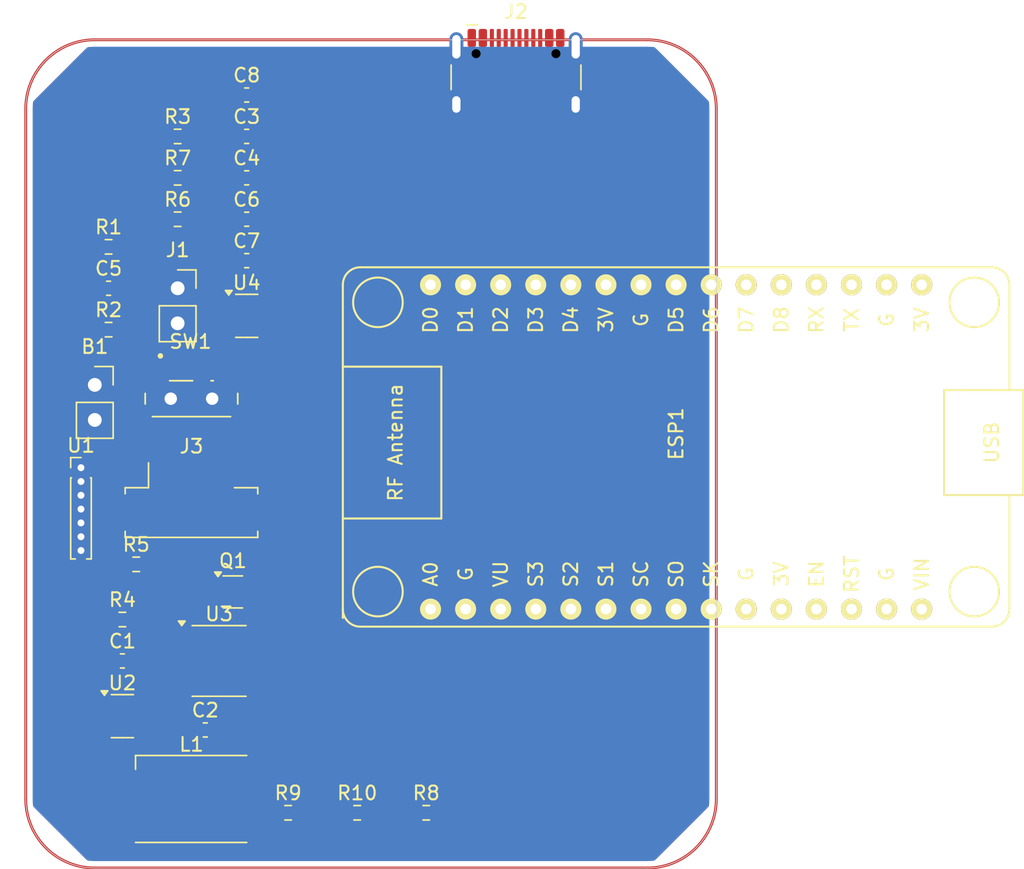
<source format=kicad_pcb>
(kicad_pcb (version 20241229) (generator "pcbnew") (generator_version "9.0")
  (layers (0 "F.Cu" signal) (2 "B.Cu" signal) (13 "F.Paste" user) (15 "B.Paste" user) (5 "F.SilkS" user "F.Silkscreen") (7 "B.SilkS" user "B.Silkscreen") (1 "F.Mask" user) (3 "B.Mask" user) (25 "Edge.Cuts" user))
  (net 0 "")
  (net 1 "BAT+")
  (net 2 "GND")
  (net 3 "Net-(U3-V3)")
  (net 4 "+3V3")
  (net 5 "VIN")
  (net 6 "LED")
  (net 11 "ADC")
  (net 14 "EN")
  (net 15 "RST")
  (net 17 "SDA")
  (net 20 "SCL")
  (net 21 "GPIO0")
  (net 23 "TX")
  (net 24 "RX")
  (net 25 "GPIO15")
  (net 27 "G")
  (net 28 "R")
  (net 29 "DTR")
  (net 30 "RTS")
  (net 31 "Net-(J2-CC1)")
  (net 32 "Net-(J2-CC2)")
  (net 33 "BTS")
  (net 34 "Net-(U2-PROG)")
  (net 40 "DN")
  (net 41 "DP")
  (footprint "Resistor_SMD:R_0603_1608Metric" (layer "F.Cu") (at 119 156)
    (property "Reference" "R9" (at 0 -1.43 0) (layer "F.SilkS"))
    (property "Value" "4.7k")
    (fp_line (start -0.237258 -0.5225) (end 0.237258 -0.5225) (stroke (width 0.12)) (layer "F.SilkS"))
    (fp_line (start -0.237258 0.5225) (end 0.237258 0.5225) (stroke (width 0.12)) (layer "F.SilkS"))
    (pad "1" smd roundrect (at -0.825 0) (size 0.8 0.95) (layers "F.Cu" "F.Mask" "F.Paste") (net 17 "SDA"))
    (pad "2" smd roundrect (at 0.825 0) (size 0.8 0.95) (layers "F.Cu" "F.Mask" "F.Paste") (net 4 "+3V3"))
  )
  (footprint "Capacitor_SMD:C_0603_1608Metric" (layer "F.Cu") (at 116 107)
    (property "Reference" "C3" (at 0 -1.43 0) (layer "F.SilkS"))
    (property "Value" "100nF")
    (fp_line (start -0.14058 -0.51) (end 0.14058 -0.51) (stroke (width 0.12)) (layer "F.SilkS"))
    (fp_line (start -0.14058 0.51) (end 0.14058 0.51) (stroke (width 0.12)) (layer "F.SilkS"))
    (pad "1" smd roundrect (at -0.775 0) (size 0.9 0.95) (layers "F.Cu" "F.Mask" "F.Paste") (net 4 "+3V3"))
    (pad "2" smd roundrect (at 0.775 0) (size 0.9 0.95) (layers "F.Cu" "F.Mask" "F.Paste") (net 2 "GND"))
  )
  (footprint "Connector_PinSocket_2.54mm:PinSocket_1x02_P2.54mm_Vertical" (layer "F.Cu") (at 111 118)
    (property "Reference" "J1" (at 0 -2.77 0) (layer "F.SilkS"))
    (property "Value" "~")
    (fp_line (start -1.33 1.27) (end -1.33 3.87) (stroke (width 0.12)) (layer "F.SilkS"))
    (fp_line (start -1.33 1.27) (end 1.33 1.27) (stroke (width 0.12)) (layer "F.SilkS"))
    (fp_line (start -1.33 3.87) (end 1.33 3.87) (stroke (width 0.12)) (layer "F.SilkS"))
    (fp_line (start 0 -1.33) (end 1.33 -1.33) (stroke (width 0.12)) (layer "F.SilkS"))
    (fp_line (start 1.33 -1.33) (end 1.33 0) (stroke (width 0.12)) (layer "F.SilkS"))
    (fp_line (start 1.33 1.27) (end 1.33 3.87) (stroke (width 0.12)) (layer "F.SilkS"))
    (pad "1" thru_hole rect (at 0 0) (size 1.7 1.7) (drill 1) (layers "*.Cu" "*.Mask") (net 2 "GND"))
    (pad "2" thru_hole circle (at 0 2.54) (size 1.7 1.7) (drill 1) (layers "*.Cu" "*.Mask") (net 1 "BAT+"))
  )
  (footprint "Connector_PinHeader_1.00mm:PinHeader_1x07_P1.00mm_Vertical" (layer "F.Cu") (at 104 131)
    (property "Reference" "U1" (at 0 -1.61 0) (layer "F.SilkS"))
    (property "Value" "ICM-45686")
    (fp_line (start -0.745 -0.735) (end 0 -0.735) (stroke (width 0.12)) (layer "F.SilkS"))
    (fp_line (start -0.745 0) (end -0.745 -0.735) (stroke (width 0.12)) (layer "F.SilkS"))
    (fp_line (start -0.745 0.735) (end -0.745 6.61) (stroke (width 0.12)) (layer "F.SilkS"))
    (fp_line (start -0.745 0.735) (end -0.685565 0.735) (stroke (width 0.12)) (layer "F.SilkS"))
    (fp_line (start -0.745 6.61) (end -0.41003 6.61) (stroke (width 0.12)) (layer "F.SilkS"))
    (fp_line (start 0.41003 6.61) (end 0.745 6.61) (stroke (width 0.12)) (layer "F.SilkS"))
    (fp_line (start 0.685565 0.735) (end 0.745 0.735) (stroke (width 0.12)) (layer "F.SilkS"))
    (fp_line (start 0.745 0.735) (end 0.745 6.61) (stroke (width 0.12)) (layer "F.SilkS"))
    (pad "1" thru_hole rect (at 0 0) (size 0.85 0.85) (drill 0.5) (layers "*.Cu" "*.Mask"))
    (pad "2" thru_hole circle (at 0 1) (size 0.85 0.85) (drill 0.5) (layers "*.Cu" "*.Mask") (net 4 "+3V3"))
    (pad "3" thru_hole circle (at 0 2) (size 0.85 0.85) (drill 0.5) (layers "*.Cu" "*.Mask") (net 2 "GND"))
    (pad "4" thru_hole circle (at 0 3) (size 0.85 0.85) (drill 0.5) (layers "*.Cu" "*.Mask") (net 20 "SCL"))
    (pad "5" thru_hole circle (at 0 4) (size 0.85 0.85) (drill 0.5) (layers "*.Cu" "*.Mask") (net 17 "SDA"))
    (pad "6" thru_hole circle (at 0 5) (size 0.85 0.85) (drill 0.5) (layers "*.Cu" "*.Mask"))
    (pad "7" thru_hole circle (at 0 6) (size 0.85 0.85) (drill 0.5) (layers "*.Cu" "*.Mask"))
  )
  (footprint "Resistor_SMD:R_0603_1608Metric" (layer "F.Cu") (at 106 115)
    (property "Reference" "R1" (at 0 -1.43 0) (layer "F.SilkS"))
    (property "Value" "5.1k")
    (fp_line (start -0.237258 -0.5225) (end 0.237258 -0.5225) (stroke (width 0.12)) (layer "F.SilkS"))
    (fp_line (start -0.237258 0.5225) (end 0.237258 0.5225) (stroke (width 0.12)) (layer "F.SilkS"))
    (pad "1" smd roundrect (at -0.825 0) (size 0.8 0.95) (layers "F.Cu" "F.Mask" "F.Paste") (net 31 "Net-(J2-CC1)"))
    (pad "2" smd roundrect (at 0.825 0) (size 0.8 0.95) (layers "F.Cu" "F.Mask" "F.Paste") (net 2 "GND"))
  )
  (footprint "Resistor_SMD:R_0603_1608Metric" (layer "F.Cu") (at 124 156)
    (property "Reference" "R10" (at 0 -1.43 0) (layer "F.SilkS"))
    (property "Value" "4.7k")
    (fp_line (start -0.237258 -0.5225) (end 0.237258 -0.5225) (stroke (width 0.12)) (layer "F.SilkS"))
    (fp_line (start -0.237258 0.5225) (end 0.237258 0.5225) (stroke (width 0.12)) (layer "F.SilkS"))
    (pad "1" smd roundrect (at -0.825 0) (size 0.8 0.95) (layers "F.Cu" "F.Mask" "F.Paste") (net 20 "SCL"))
    (pad "2" smd roundrect (at 0.825 0) (size 0.8 0.95) (layers "F.Cu" "F.Mask" "F.Paste") (net 4 "+3V3"))
  )
  (footprint "Connector_Hirose:Hirose_DF13C_CL535-0405-0-51_1x05-1MP_P1.25mm_Vertical" (layer "F.Cu") (at 112 133)
    (property "Reference" "J3" (at 0 -3.55 0) (layer "F.SilkS"))
    (property "Value" "4P4C")
    (fp_line (start -4.8 -0.55) (end -4.8 -0.11) (stroke (width 0.12)) (layer "F.SilkS"))
    (fp_line (start -4.8 2.61) (end -4.8 3.05) (stroke (width 0.12)) (layer "F.SilkS"))
    (fp_line (start -4.8 3.05) (end 4.8 3.05) (stroke (width 0.12)) (layer "F.SilkS"))
    (fp_line (start -3.11 -0.55) (end -4.8 -0.55) (stroke (width 0.12)) (layer "F.SilkS"))
    (fp_line (start -3.11 -0.55) (end -3.11 -2.35) (stroke (width 0.12)) (layer "F.SilkS"))
    (fp_line (start 3.11 -0.55) (end 4.8 -0.55) (stroke (width 0.12)) (layer "F.SilkS"))
    (fp_line (start 4.8 -0.55) (end 4.8 -0.11) (stroke (width 0.12)) (layer "F.SilkS"))
    (fp_line (start 4.8 3.05) (end 4.8 2.61) (stroke (width 0.12)) (layer "F.SilkS"))
    (pad "1" smd rect (at -2.5 -1.45) (size 0.7 1.8) (layers "F.Cu" "F.Mask" "F.Paste") (net 4 "+3V3"))
    (pad "2" smd rect (at -1.25 -1.45) (size 0.7 1.8) (layers "F.Cu" "F.Mask" "F.Paste") (net 2 "GND"))
    (pad "3" smd rect (at 0 -1.45) (size 0.7 1.8) (layers "F.Cu" "F.Mask" "F.Paste") (net 20 "SCL"))
    (pad "4" smd rect (at 1.25 -1.45) (size 0.7 1.8) (layers "F.Cu" "F.Mask" "F.Paste") (net 17 "SDA"))
    (pad "5" smd rect (at 2.5 -1.45) (size 0.7 1.8) (layers "F.Cu" "F.Mask" "F.Paste"))
    (pad "MP" smd rect (at -4.75 1.25) (size 1.6 2.2) (layers "F.Cu" "F.Mask" "F.Paste"))
    (pad "MP" smd rect (at 4.75 1.25) (size 1.6 2.2) (layers "F.Cu" "F.Mask" "F.Paste"))
  )
  (footprint "Capacitor_SMD:C_0603_1608Metric" (layer "F.Cu") (at 116 113)
    (property "Reference" "C6" (at 0 -1.43 0) (layer "F.SilkS"))
    (property "Value" "1uF")
    (fp_line (start -0.14058 -0.51) (end 0.14058 -0.51) (stroke (width 0.12)) (layer "F.SilkS"))
    (fp_line (start -0.14058 0.51) (end 0.14058 0.51) (stroke (width 0.12)) (layer "F.SilkS"))
    (pad "1" smd roundrect (at -0.775 0) (size 0.9 0.95) (layers "F.Cu" "F.Mask" "F.Paste") (net 4 "+3V3"))
    (pad "2" smd roundrect (at 0.775 0) (size 0.9 0.95) (layers "F.Cu" "F.Mask" "F.Paste") (net 2 "GND"))
  )
  (footprint "SlimeFootprints:ESP12F-Devkit-V3" (layer "F.Cu") (at 148.36 129.18 90)
    (property "Reference" "ESP1" (at 0.635 -1.27 90) (layer "F.SilkS"))
    (property "Value" "~")
    (fp_line (start 11.43 -25.4) (end -12.7 -25.4) (stroke (width 0.15)) (layer "F.SilkS"))
    (fp_line (start 5.5 -25.4) (end 5.5 -18.27) (stroke (width 0.15)) (layer "F.SilkS"))
    (fp_line (start 12.7 -24.13) (end 12.7 21.59) (stroke (width 0.15)) (layer "F.SilkS"))
    (fp_line (start -13.335 -24.13) (end -13.335 21.59) (stroke (width 0.15)) (layer "F.SilkS"))
    (fp_line (start 5.5 -18.27) (end -5.5 -18.27) (stroke (width 0.15)) (layer "F.SilkS"))
    (fp_line (start -5.5 -18.27) (end -5.5 -25.4) (stroke (width 0.15)) (layer "F.SilkS"))
    (fp_line (start 3.8 18.13) (end 3.8 23.86) (stroke (width 0.15)) (layer "F.SilkS"))
    (fp_line (start -3.8 18.13) (end 3.8 18.13) (stroke (width 0.15)) (layer "F.SilkS"))
    (fp_line (start 11.43 22.86) (end 3.81 22.86) (stroke (width 0.15)) (layer "F.SilkS"))
    (fp_line (start -3.81 22.86) (end -12.065 22.86) (stroke (width 0.15)) (layer "F.SilkS"))
    (fp_line (start 3.8 23.86) (end -3.8 23.86) (stroke (width 0.15)) (layer "F.SilkS"))
    (fp_line (start -3.8 23.86) (end -3.8 18.13) (stroke (width 0.15)) (layer "F.SilkS"))
    (fp_arc (start 11.43 -25.4) (mid 12.328026 -25.028026) (end 12.7 -24.13) (stroke (width 0.15)) (layer "F.SilkS"))
    (fp_arc (start -13.335 -24.13) (mid -12.963026 -25.028026) (end -12.065 -25.4) (stroke (width 0.15)) (layer "F.SilkS"))
    (fp_arc (start 12.7 21.59) (mid 12.328026 22.488026) (end 11.43 22.86) (stroke (width 0.15)) (layer "F.SilkS"))
    (fp_arc (start -12.065 22.86) (mid -12.963026 22.488026) (end -13.335 21.59) (stroke (width 0.15)) (layer "F.SilkS"))
    (fp_circle (center 10.16 -22.86) (end 11.43 -24.13) (stroke (width 0.15)) (fill no) (layer "F.SilkS"))
    (fp_circle (center -10.795 -22.86) (end -9.525 -24.13) (stroke (width 0.15)) (fill no) (layer "F.SilkS"))
    (fp_circle (center 10.16 20.32) (end 11.43 19.05) (stroke (width 0.15)) (fill no) (layer "F.SilkS"))
    (fp_circle (center -10.795 20.32) (end -9.525 19.05) (stroke (width 0.15)) (fill no) (layer "F.SilkS"))
    (fp_text user "G" (at -9.525 3.81 90) (layer "F.SilkS"))
    (fp_text user "D5" (at 8.89 -1.27 90) (layer "F.SilkS"))
    (fp_text user "A0" (at -9.525 -19.05 90) (layer "F.SilkS"))
    (fp_text user "D4" (at 8.89 -8.89 90) (layer "F.SilkS"))
    (fp_text user "D6" (at 8.89 1.27 90) (layer "F.SilkS"))
    (fp_text user "RST" (at -9.525 11.43 90) (layer "F.SilkS"))
    (fp_text user "D8" (at 8.89 6.35 90) (layer "F.SilkS"))
    (fp_text user "G" (at -9.525 -16.51 90) (layer "F.SilkS"))
    (fp_text user "G" (at 8.89 -3.81 90) (layer "F.SilkS"))
    (fp_text user "3V" (at 8.89 16.51 90) (layer "F.SilkS"))
    (fp_text user "G" (at 8.89 13.97 90) (layer "F.SilkS"))
    (fp_text user "RX" (at 8.89 8.89 90) (layer "F.SilkS"))
    (fp_text user "S3" (at -9.525 -11.43 90) (layer "F.SilkS"))
    (fp_text user "EN" (at -9.525 8.89 90) (layer "F.SilkS"))
    (fp_text user "G" (at -9.525 13.97 90) (layer "F.SilkS"))
    (fp_text user "VU" (at -9.525 -13.97 90) (layer "F.SilkS"))
    (fp_text user "S2" (at -9.525 -8.89 90) (layer "F.SilkS"))
    (fp_text user "SC" (at -9.525 -3.81 90) (layer "F.SilkS"))
    (fp_text user "3V" (at -9.525 6.35 90) (layer "F.SilkS"))
    (fp_text user "D3" (at 8.89 -11.43 90) (layer "F.SilkS"))
    (fp_text user "USB" (at 0 21.59 90) (layer "F.SilkS"))
    (fp_text user "D2" (at 8.89 -13.97 90) (layer "F.SilkS"))
    (fp_text user "TX" (at 8.89 11.43 90) (layer "F.SilkS"))
    (fp_text user "D0" (at 8.89 -19.05 90) (layer "F.SilkS"))
    (fp_text user "SO" (at -9.525 -1.27 90) (layer "F.SilkS"))
    (fp_text user "RF Antenna" (at 0 -21.59 90) (layer "F.SilkS"))
    (fp_text user "D7" (at 8.89 3.81 90) (layer "F.SilkS"))
    (fp_text user "S1" (at -9.525 -6.35 90) (layer "F.SilkS"))
    (fp_text user "3V" (at 8.89 -6.35 90) (layer "F.SilkS"))
    (fp_text user "VIN" (at -9.525 16.51 90) (layer "F.SilkS"))
    (fp_text user "D1" (at 8.89 -16.51 90) (layer "F.SilkS"))
    (fp_text user "SK" (at -9.525 1.27 90) (layer "F.SilkS"))
    (pad "1" thru_hole circle (at -12.065 -19.05 90) (size 1.524 1.524) (drill 0.762) (layers "*.Cu" "*.Mask" "F.SilkS") (net 15 "RST"))
    (pad "2" thru_hole circle (at -12.065 -16.51 90) (size 1.524 1.524) (drill 0.762) (layers "*.Cu" "*.Mask" "F.SilkS") (net 11 "ADC"))
    (pad "3" thru_hole circle (at -12.065 -13.97 90) (size 1.524 1.524) (drill 0.762) (layers "*.Cu" "*.Mask" "F.SilkS") (net 14 "EN"))
    (pad "4" thru_hole circle (at -12.065 -11.43 90) (size 1.524 1.524) (drill 0.762) (layers "*.Cu" "*.Mask" "F.SilkS"))
    (pad "5" thru_hole circle (at -12.065 -8.89 90) (size 1.524 1.524) (drill 0.762) (layers "*.Cu" "*.Mask" "F.SilkS"))
    (pad "6" thru_hole circle (at -12.065 -6.35 90) (size 1.524 1.524) (drill 0.762) (layers "*.Cu" "*.Mask" "F.SilkS"))
    (pad "7" thru_hole circle (at -12.065 -3.81 90) (size 1.524 1.524) (drill 0.762) (layers "*.Cu" "*.Mask" "F.SilkS"))
    (pad "8" thru_hole circle (at -12.065 -1.27 90) (size 1.524 1.524) (drill 0.762) (layers "*.Cu" "*.Mask" "F.SilkS") (net 4 "+3V3"))
    (pad "9" thru_hole circle (at -12.065 1.27 90) (size 1.524 1.524) (drill 0.762) (layers "*.Cu" "*.Mask" "F.SilkS") (net 2 "GND"))
    (pad "10" thru_hole circle (at -12.065 3.81 90) (size 1.524 1.524) (drill 0.762) (layers "*.Cu" "*.Mask" "F.SilkS") (net 25 "GPIO15"))
    (pad "11" thru_hole circle (at -12.065 6.35 90) (size 1.524 1.524) (drill 0.762) (layers "*.Cu" "*.Mask" "F.SilkS") (net 6 "LED"))
    (pad "12" thru_hole circle (at -12.065 8.89 90) (size 1.524 1.524) (drill 0.762) (layers "*.Cu" "*.Mask" "F.SilkS") (net 21 "GPIO0"))
    (pad "13" thru_hole circle (at -12.065 11.43 90) (size 1.524 1.524) (drill 0.762) (layers "*.Cu" "*.Mask" "F.SilkS") (net 17 "SDA"))
    (pad "14" thru_hole circle (at -12.065 13.97 90) (size 1.524 1.524) (drill 0.762) (layers "*.Cu" "*.Mask" "F.SilkS") (net 20 "SCL"))
    (pad "15" thru_hole circle (at -12.065 16.51 90) (size 1.524 1.524) (drill 0.762) (layers "*.Cu" "*.Mask" "F.SilkS") (net 24 "RX"))
    (pad "16" thru_hole circle (at 11.43 16.51 90) (size 1.524 1.524) (drill 0.762) (layers "*.Cu" "*.Mask" "F.SilkS") (net 23 "TX"))
    (pad "17" thru_hole circle (at 11.43 13.97 90) (size 1.524 1.524) (drill 0.762) (layers "*.Cu" "*.Mask" "F.SilkS"))
    (pad "18" thru_hole circle (at 11.43 11.43 90) (size 1.524 1.524) (drill 0.762) (layers "*.Cu" "*.Mask" "F.SilkS"))
    (pad "19" thru_hole circle (at 11.43 8.89 90) (size 1.524 1.524) (drill 0.762) (layers "*.Cu" "*.Mask" "F.SilkS"))
    (pad "20" thru_hole circle (at 11.43 6.35 90) (size 1.524 1.524) (drill 0.762) (layers "*.Cu" "*.Mask" "F.SilkS"))
    (pad "21" thru_hole circle (at 11.43 3.81 90) (size 1.524 1.524) (drill 0.762) (layers "*.Cu" "*.Mask" "F.SilkS"))
    (pad "22" thru_hole circle (at 11.43 1.27 90) (size 1.524 1.524) (drill 0.762) (layers "*.Cu" "*.Mask" "F.SilkS"))
    (pad "23" thru_hole circle (at 11.43 -1.27 90) (size 1.524 1.524) (drill 0.762) (layers "*.Cu" "*.Mask" "F.SilkS"))
    (pad "24" thru_hole circle (at 11.43 -3.81 90) (size 1.524 1.524) (drill 0.762) (layers "*.Cu" "*.Mask" "F.SilkS"))
    (pad "25" thru_hole circle (at 11.43 -6.35 90) (size 1.524 1.524) (drill 0.762) (layers "*.Cu" "*.Mask" "F.SilkS"))
    (pad "26" thru_hole circle (at 11.43 -8.89 90) (size 1.524 1.524) (drill 0.762) (layers "*.Cu" "*.Mask" "F.SilkS"))
    (pad "27" thru_hole circle (at 11.43 -11.43 90) (size 1.524 1.524) (drill 0.762) (layers "*.Cu" "*.Mask" "F.SilkS"))
    (pad "28" thru_hole circle (at 11.43 -13.97 90) (size 1.524 1.524) (drill 0.762) (layers "*.Cu" "*.Mask" "F.SilkS"))
    (pad "29" thru_hole circle (at 11.43 -16.51 90) (size 1.524 1.524) (drill 0.762) (layers "*.Cu" "*.Mask" "F.SilkS"))
    (pad "30" thru_hole circle (at 11.43 -19.05 90) (size 1.524 1.524) (drill 0.762) (layers "*.Cu" "*.Mask" "F.SilkS"))
  )
  (footprint "Resistor_SMD:R_0603_1608Metric" (layer "F.Cu") (at 111 113)
    (property "Reference" "R6" (at 0 -1.43 0) (layer "F.SilkS"))
    (property "Value" "4.7k")
    (fp_line (start -0.237258 -0.5225) (end 0.237258 -0.5225) (stroke (width 0.12)) (layer "F.SilkS"))
    (fp_line (start -0.237258 0.5225) (end 0.237258 0.5225) (stroke (width 0.12)) (layer "F.SilkS"))
    (pad "1" smd roundrect (at -0.825 0) (size 0.8 0.95) (layers "F.Cu" "F.Mask" "F.Paste") (net 14 "EN"))
    (pad "2" smd roundrect (at 0.825 0) (size 0.8 0.95) (layers "F.Cu" "F.Mask" "F.Paste") (net 4 "+3V3"))
  )
  (footprint "Capacitor_SMD:C_0603_1608Metric" (layer "F.Cu") (at 113 150)
    (property "Reference" "C2" (at 0 -1.43 0) (layer "F.SilkS"))
    (property "Value" "100nF")
    (fp_line (start -0.14058 -0.51) (end 0.14058 -0.51) (stroke (width 0.12)) (layer "F.SilkS"))
    (fp_line (start -0.14058 0.51) (end 0.14058 0.51) (stroke (width 0.12)) (layer "F.SilkS"))
    (pad "1" smd roundrect (at -0.775 0) (size 0.9 0.95) (layers "F.Cu" "F.Mask" "F.Paste") (net 3 "Net-(U3-V3)"))
    (pad "2" smd roundrect (at 0.775 0) (size 0.9 0.95) (layers "F.Cu" "F.Mask" "F.Paste") (net 2 "GND"))
  )
  (footprint "Connector_PinSocket_2.54mm:PinSocket_1x02_P2.54mm_Vertical" (layer "F.Cu") (at 105 125)
    (property "Reference" "B1" (at 0 -2.77 0) (layer "F.SilkS"))
    (property "Value" "HDR-M-2.54_1x2")
    (fp_line (start -1.33 1.27) (end -1.33 3.87) (stroke (width 0.12)) (layer "F.SilkS"))
    (fp_line (start -1.33 1.27) (end 1.33 1.27) (stroke (width 0.12)) (layer "F.SilkS"))
    (fp_line (start -1.33 3.87) (end 1.33 3.87) (stroke (width 0.12)) (layer "F.SilkS"))
    (fp_line (start 0 -1.33) (end 1.33 -1.33) (stroke (width 0.12)) (layer "F.SilkS"))
    (fp_line (start 1.33 -1.33) (end 1.33 0) (stroke (width 0.12)) (layer "F.SilkS"))
    (fp_line (start 1.33 1.27) (end 1.33 3.87) (stroke (width 0.12)) (layer "F.SilkS"))
    (pad "1" thru_hole rect (at 0 0) (size 1.7 1.7) (drill 1) (layers "*.Cu" "*.Mask") (net 1 "BAT+"))
    (pad "2" thru_hole circle (at 0 2.54) (size 1.7 1.7) (drill 1) (layers "*.Cu" "*.Mask") (net 2 "GND"))
  )
  (footprint "Capacitor_SMD:C_0603_1608Metric" (layer "F.Cu") (at 116 110)
    (property "Reference" "C4" (at 0 -1.43 0) (layer "F.SilkS"))
    (property "Value" "1uF")
    (fp_line (start -0.14058 -0.51) (end 0.14058 -0.51) (stroke (width 0.12)) (layer "F.SilkS"))
    (fp_line (start -0.14058 0.51) (end 0.14058 0.51) (stroke (width 0.12)) (layer "F.SilkS"))
    (pad "1" smd roundrect (at -0.775 0) (size 0.9 0.95) (layers "F.Cu" "F.Mask" "F.Paste") (net 4 "+3V3"))
    (pad "2" smd roundrect (at 0.775 0) (size 0.9 0.95) (layers "F.Cu" "F.Mask" "F.Paste") (net 2 "GND"))
  )
  (footprint "Capacitor_SMD:C_0603_1608Metric" (layer "F.Cu") (at 107 145)
    (property "Reference" "C1" (at 0 -1.43 0) (layer "F.SilkS"))
    (property "Value" "10uF")
    (fp_line (start -0.14058 -0.51) (end 0.14058 -0.51) (stroke (width 0.12)) (layer "F.SilkS"))
    (fp_line (start -0.14058 0.51) (end 0.14058 0.51) (stroke (width 0.12)) (layer "F.SilkS"))
    (pad "1" smd roundrect (at -0.775 0) (size 0.9 0.95) (layers "F.Cu" "F.Mask" "F.Paste") (net 1 "BAT+"))
    (pad "2" smd roundrect (at 0.775 0) (size 0.9 0.95) (layers "F.Cu" "F.Mask" "F.Paste") (net 2 "GND"))
  )
  (footprint "Resistor_SMD:R_0603_1608Metric" (layer "F.Cu") (at 111 107)
    (property "Reference" "R3" (at 0 -1.43 0) (layer "F.SilkS"))
    (property "Value" "180k")
    (fp_line (start -0.237258 -0.5225) (end 0.237258 -0.5225) (stroke (width 0.12)) (layer "F.SilkS"))
    (fp_line (start -0.237258 0.5225) (end 0.237258 0.5225) (stroke (width 0.12)) (layer "F.SilkS"))
    (pad "1" smd roundrect (at -0.825 0) (size 0.8 0.95) (layers "F.Cu" "F.Mask" "F.Paste") (net 1 "BAT+"))
    (pad "2" smd roundrect (at 0.825 0) (size 0.8 0.95) (layers "F.Cu" "F.Mask" "F.Paste") (net 33 "BTS"))
  )
  (footprint "Resistor_SMD:R_0603_1608Metric" (layer "F.Cu") (at 111 110)
    (property "Reference" "R7" (at 0 -1.43 0) (layer "F.SilkS"))
    (property "Value" "4.7k")
    (fp_line (start -0.237258 -0.5225) (end 0.237258 -0.5225) (stroke (width 0.12)) (layer "F.SilkS"))
    (fp_line (start -0.237258 0.5225) (end 0.237258 0.5225) (stroke (width 0.12)) (layer "F.SilkS"))
    (pad "1" smd roundrect (at -0.825 0) (size 0.8 0.95) (layers "F.Cu" "F.Mask" "F.Paste") (net 15 "RST"))
    (pad "2" smd roundrect (at 0.825 0) (size 0.8 0.95) (layers "F.Cu" "F.Mask" "F.Paste") (net 4 "+3V3"))
  )
  (footprint "Package_TO_SOT_SMD:SOT-23-5" (layer "F.Cu") (at 116 120)
    (property "Reference" "U4" (at 0 -2.4 0) (layer "F.SilkS"))
    (property "Value" "ME6211C33M5")
    (fp_line (start 0 -1.56) (end -0.8 -1.56) (stroke (width 0.12)) (layer "F.SilkS"))
    (fp_line (start 0 -1.56) (end 0.8 -1.56) (stroke (width 0.12)) (layer "F.SilkS"))
    (fp_line (start 0 1.56) (end -0.8 1.56) (stroke (width 0.12)) (layer "F.SilkS"))
    (fp_line (start 0 1.56) (end 0.8 1.56) (stroke (width 0.12)) (layer "F.SilkS"))
    (fp_poly (pts (xy -1.3 -1.51) (xy -1.54 -1.84) (xy -1.06 -1.84)) (stroke (width 0.12)) (fill yes) (layer "F.SilkS"))
    (pad "1" smd roundrect (at -1.1375 -0.95) (size 1.325 0.6) (layers "F.Cu" "F.Mask" "F.Paste") (net 5 "VIN"))
    (pad "2" smd roundrect (at -1.1375 0) (size 1.325 0.6) (layers "F.Cu" "F.Mask" "F.Paste") (net 2 "GND"))
    (pad "3" smd roundrect (at -1.1375 0.95) (size 1.325 0.6) (layers "F.Cu" "F.Mask" "F.Paste") (net 5 "VIN"))
    (pad "4" smd roundrect (at 1.1375 0.95) (size 1.325 0.6) (layers "F.Cu" "F.Mask" "F.Paste"))
    (pad "5" smd roundrect (at 1.1375 -0.95) (size 1.325 0.6) (layers "F.Cu" "F.Mask" "F.Paste") (net 4 "+3V3"))
  )
  (footprint "Package_TO_SOT_SMD:TSOT-23-6" (layer "F.Cu") (at 107 149)
    (property "Reference" "U2" (at 0 -2.4 0) (layer "F.SilkS"))
    (property "Value" "TP4057")
    (fp_line (start 0 -1.56) (end -0.8 -1.56) (stroke (width 0.12)) (layer "F.SilkS"))
    (fp_line (start 0 -1.56) (end 0.8 -1.56) (stroke (width 0.12)) (layer "F.SilkS"))
    (fp_line (start 0 1.56) (end -0.8 1.56) (stroke (width 0.12)) (layer "F.SilkS"))
    (fp_line (start 0 1.56) (end 0.8 1.56) (stroke (width 0.12)) (layer "F.SilkS"))
    (fp_poly (pts (xy -1.3 -1.51) (xy -1.54 -1.84) (xy -1.06 -1.84)) (stroke (width 0.12)) (fill yes) (layer "F.SilkS"))
    (pad "1" smd roundrect (at -1.1375 -0.95) (size 1.325 0.6) (layers "F.Cu" "F.Mask" "F.Paste") (net 28 "R"))
    (pad "2" smd roundrect (at -1.1375 0) (size 1.325 0.6) (layers "F.Cu" "F.Mask" "F.Paste") (net 2 "GND"))
    (pad "3" smd roundrect (at -1.1375 0.95) (size 1.325 0.6) (layers "F.Cu" "F.Mask" "F.Paste") (net 1 "BAT+"))
    (pad "4" smd roundrect (at 1.1375 0.95) (size 1.325 0.6) (layers "F.Cu" "F.Mask" "F.Paste") (net 1 "BAT+"))
    (pad "5" smd roundrect (at 1.1375 0) (size 1.325 0.6) (layers "F.Cu" "F.Mask" "F.Paste") (net 27 "G"))
    (pad "6" smd roundrect (at 1.1375 -0.95) (size 1.325 0.6) (layers "F.Cu" "F.Mask" "F.Paste") (net 34 "Net-(U2-PROG)"))
  )
  (footprint "SlimeFootprints:SW_SSSS811101" (layer "F.Cu") (at 112 126)
    (property "Reference" "SW1" (at -0.075 -4.135 0) (layer "F.SilkS"))
    (property "Value" "SW_SPDT")
    (fp_line (start -3.35 0.38) (end -3.35 -0.38) (stroke (width 0.127)) (layer "F.SilkS"))
    (fp_line (start -1.58 -1.3) (end 0.08 -1.3) (stroke (width 0.127)) (layer "F.SilkS"))
    (fp_line (start 1.42 -1.3) (end 1.58 -1.3) (stroke (width 0.127)) (layer "F.SilkS"))
    (fp_line (start 2.83 1.3) (end -2.83 1.3) (stroke (width 0.127)) (layer "F.SilkS"))
    (fp_line (start 3.35 0.38) (end 3.35 -0.38) (stroke (width 0.127)) (layer "F.SilkS"))
    (fp_circle (center -2.25 -3.1) (end -2.15 -3.1) (stroke (width 0.2)) (fill no) (layer "F.SilkS"))
    (pad "" np_thru_hole circle (at -1.5 0) (size 0.9 0.9) (drill 0.9) (layers "*.Cu" "*.Mask"))
    (pad "" np_thru_hole circle (at 1.5 0) (size 0.9 0.9) (drill 0.9) (layers "*.Cu" "*.Mask"))
    (pad "1" smd rect (at -2.25 -1.75) (size 0.7 1.5) (layers "F.Cu" "F.Mask" "F.Paste") (net 1 "BAT+"))
    (pad "2" smd rect (at 0.75 -1.75) (size 0.7 1.5) (layers "F.Cu" "F.Mask" "F.Paste") (net 5 "VIN"))
    (pad "3" smd rect (at 2.25 -1.75) (size 0.7 1.5) (layers "F.Cu" "F.Mask" "F.Paste"))
    (pad "SH1" smd rect (at -3.65 -1.1) (size 1 0.8) (layers "F.Cu" "F.Mask" "F.Paste"))
    (pad "SH2" smd rect (at 3.65 -1.1) (size 1 0.8) (layers "F.Cu" "F.Mask" "F.Paste"))
    (pad "SH3" smd rect (at -3.65 1.1) (size 1 0.8) (layers "F.Cu" "F.Mask" "F.Paste"))
    (pad "SH4" smd rect (at 3.65 1.1) (size 1 0.8) (layers "F.Cu" "F.Mask" "F.Paste"))
  )
  (footprint "Capacitor_SMD:C_0603_1608Metric" (layer "F.Cu") (at 116 104)
    (property "Reference" "C8" (at 0 -1.43 0) (layer "F.SilkS"))
    (property "Value" "100nF")
    (fp_line (start -0.14058 -0.51) (end 0.14058 -0.51) (stroke (width 0.12)) (layer "F.SilkS"))
    (fp_line (start -0.14058 0.51) (end 0.14058 0.51) (stroke (width 0.12)) (layer "F.SilkS"))
    (pad "1" smd roundrect (at -0.775 0) (size 0.9 0.95) (layers "F.Cu" "F.Mask" "F.Paste") (net 4 "+3V3"))
    (pad "2" smd roundrect (at 0.775 0) (size 0.9 0.95) (layers "F.Cu" "F.Mask" "F.Paste") (net 2 "GND"))
  )
  (footprint "Connector_USB:USB_C_Receptacle_HCTL_HC-TYPE-C-16P-01A" (layer "F.Cu") (at 135.5 103.61)
    (property "Reference" "J2" (at 0 -5.645 0) (layer "F.SilkS"))
    (property "Value" "USB_C-16p")
    (fp_line (start -4.7 -1.78) (end -4.7 0) (stroke (width 0.12)) (layer "F.SilkS"))
    (fp_line (start -2.8 -4.7) (end -3.6 -4.7) (stroke (width 0.12)) (layer "F.SilkS"))
    (fp_line (start 4.7 -1.78) (end 4.7 0) (stroke (width 0.12)) (layer "F.SilkS"))
    (pad "" np_thru_hole circle (at -2.89 -2.605) (size 0.65 0.65) (drill 0.65) (layers "*.Mask"))
    (pad "" np_thru_hole circle (at 2.89 -2.605) (size 0.65 0.65) (drill 0.65) (layers "*.Mask"))
    (pad "A1" smd roundrect (at -3.2 -3.745) (size 0.6 1.3) (layers "F.Cu" "F.Mask" "F.Paste"))
    (pad "A4" smd roundrect (at -2.4 -3.745) (size 0.6 1.3) (layers "F.Cu" "F.Mask" "F.Paste"))
    (pad "A5" smd roundrect (at -1.25 -3.745) (size 0.3 1.3) (layers "F.Cu" "F.Mask" "F.Paste"))
    (pad "A6" smd roundrect (at -0.25 -3.745) (size 0.3 1.3) (layers "F.Cu" "F.Mask" "F.Paste"))
    (pad "A7" smd roundrect (at 0.25 -3.745) (size 0.3 1.3) (layers "F.Cu" "F.Mask" "F.Paste"))
    (pad "A8" smd roundrect (at 1.25 -3.745) (size 0.3 1.3) (layers "F.Cu" "F.Mask" "F.Paste"))
    (pad "A9" smd roundrect (at 2.4 -3.745) (size 0.6 1.3) (layers "F.Cu" "F.Mask" "F.Paste"))
    (pad "A12" smd roundrect (at 3.2 -3.745) (size 0.6 1.3) (layers "F.Cu" "F.Mask" "F.Paste"))
    (pad "B1" smd roundrect (at 3.2 -3.745) (size 0.6 1.3) (layers "F.Cu" "F.Mask" "F.Paste"))
    (pad "B4" smd roundrect (at 2.4 -3.745) (size 0.6 1.3) (layers "F.Cu" "F.Mask" "F.Paste"))
    (pad "B5" smd roundrect (at 1.75 -3.745) (size 0.3 1.3) (layers "F.Cu" "F.Mask" "F.Paste"))
    (pad "B6" smd roundrect (at 0.75 -3.745) (size 0.3 1.3) (layers "F.Cu" "F.Mask" "F.Paste"))
    (pad "B7" smd roundrect (at -0.75 -3.745) (size 0.3 1.3) (layers "F.Cu" "F.Mask" "F.Paste"))
    (pad "B8" smd roundrect (at -1.75 -3.745) (size 0.3 1.3) (layers "F.Cu" "F.Mask" "F.Paste"))
    (pad "B9" smd roundrect (at -2.4 -3.745) (size 0.6 1.3) (layers "F.Cu" "F.Mask" "F.Paste"))
    (pad "B12" smd roundrect (at -3.2 -3.745) (size 0.6 1.3) (layers "F.Cu" "F.Mask" "F.Paste"))
    (pad "S1" thru_hole oval (at -4.32 -3.105) (size 1 2.1) (drill oval 0.6 1.7) (property pad_prop_heatsink) (layers "*.Cu" "*.Mask"))
    (pad "S1" thru_hole oval (at -4.32 1.075) (size 1 1.6) (drill oval 0.6 1.2) (property pad_prop_heatsink) (layers "*.Cu" "*.Mask"))
    (pad "S1" thru_hole oval (at 4.32 -3.105) (size 1 2.1) (drill oval 0.6 1.7) (property pad_prop_heatsink) (layers "*.Cu" "*.Mask"))
    (pad "S1" thru_hole oval (at 4.32 1.075) (size 1 1.6) (drill oval 0.6 1.2) (property pad_prop_heatsink) (layers "*.Cu" "*.Mask"))
  )
  (footprint "LED_SMD:LED_RGB_Cree-PLCC-6_6x5mm_P2.1mm" (layer "F.Cu") (at 112 155)
    (property "Reference" "L1" (at 0 -3.95 0) (layer "F.SilkS"))
    (property "Value" "NH-B2020RGBA-HF")
    (fp_line (start -4.05 -3.15) (end 4 -3.15) (stroke (width 0.12)) (layer "F.SilkS"))
    (fp_line (start -4.05 -2.15) (end -4.05 -3.15) (stroke (width 0.12)) (layer "F.SilkS"))
    (fp_line (start -4.05 3.15) (end 4 3.15) (stroke (width 0.12)) (layer "F.SilkS"))
    (pad "1" smd rect (at -2.45 -2.1) (size 2.6 1.6) (layers "F.Cu" "F.Mask" "F.Paste") (net 28 "R"))
    (pad "2" smd rect (at -2.45 0) (size 2.6 1.6) (layers "F.Cu" "F.Mask" "F.Paste"))
    (pad "3" smd rect (at -2.45 2.1) (size 2.6 1.6) (layers "F.Cu" "F.Mask" "F.Paste") (net 1 "BAT+"))
    (pad "4" smd rect (at 2.45 2.1) (size 2.6 1.6) (layers "F.Cu" "F.Mask" "F.Paste") (net 27 "G"))
    (pad "5" smd rect (at 2.45 0) (size 2.6 1.6) (layers "F.Cu" "F.Mask" "F.Paste"))
    (pad "6" smd rect (at 2.45 -2.1) (size 2.6 1.6) (layers "F.Cu" "F.Mask" "F.Paste"))
  )
  (footprint "Resistor_SMD:R_0603_1608Metric" (layer "F.Cu") (at 107 142)
    (property "Reference" "R4" (at 0 -1.43 0) (layer "F.SilkS"))
    (property "Value" "3k")
    (fp_line (start -0.237258 -0.5225) (end 0.237258 -0.5225) (stroke (width 0.12)) (layer "F.SilkS"))
    (fp_line (start -0.237258 0.5225) (end 0.237258 0.5225) (stroke (width 0.12)) (layer "F.SilkS"))
    (pad "1" smd roundrect (at -0.825 0) (size 0.8 0.95) (layers "F.Cu" "F.Mask" "F.Paste") (net 2 "GND"))
    (pad "2" smd roundrect (at 0.825 0) (size 0.8 0.95) (layers "F.Cu" "F.Mask" "F.Paste") (net 34 "Net-(U2-PROG)"))
  )
  (footprint "Resistor_SMD:R_0603_1608Metric" (layer "F.Cu") (at 106 121)
    (property "Reference" "R2" (at 0 -1.43 0) (layer "F.SilkS"))
    (property "Value" "5.1k")
    (fp_line (start -0.237258 -0.5225) (end 0.237258 -0.5225) (stroke (width 0.12)) (layer "F.SilkS"))
    (fp_line (start -0.237258 0.5225) (end 0.237258 0.5225) (stroke (width 0.12)) (layer "F.SilkS"))
    (pad "1" smd roundrect (at -0.825 0) (size 0.8 0.95) (layers "F.Cu" "F.Mask" "F.Paste") (net 32 "Net-(J2-CC2)"))
    (pad "2" smd roundrect (at 0.825 0) (size 0.8 0.95) (layers "F.Cu" "F.Mask" "F.Paste") (net 2 "GND"))
  )
  (footprint "Capacitor_SMD:C_0603_1608Metric" (layer "F.Cu") (at 116 116)
    (property "Reference" "C7" (at 0 -1.43 0) (layer "F.SilkS"))
    (property "Value" "100nF")
    (fp_line (start -0.14058 -0.51) (end 0.14058 -0.51) (stroke (width 0.12)) (layer "F.SilkS"))
    (fp_line (start -0.14058 0.51) (end 0.14058 0.51) (stroke (width 0.12)) (layer "F.SilkS"))
    (pad "1" smd roundrect (at -0.775 0) (size 0.9 0.95) (layers "F.Cu" "F.Mask" "F.Paste") (net 4 "+3V3"))
    (pad "2" smd roundrect (at 0.775 0) (size 0.9 0.95) (layers "F.Cu" "F.Mask" "F.Paste") (net 2 "GND"))
  )
  (footprint "Package_SO:SOIC-10_3.9x4.9mm_P1mm" (layer "F.Cu") (at 114 145)
    (property "Reference" "U3" (at 0 -3.4 0) (layer "F.SilkS"))
    (property "Value" "CH340K")
    (fp_line (start 0 -2.56) (end -1.95 -2.56) (stroke (width 0.12)) (layer "F.SilkS"))
    (fp_line (start 0 -2.56) (end 1.95 -2.56) (stroke (width 0.12)) (layer "F.SilkS"))
    (fp_line (start 0 2.56) (end -1.95 2.56) (stroke (width 0.12)) (layer "F.SilkS"))
    (fp_line (start 0 2.56) (end 1.95 2.56) (stroke (width 0.12)) (layer "F.SilkS"))
    (fp_poly (pts (xy -2.7 -2.56) (xy -2.94 -2.89) (xy -2.46 -2.89)) (stroke (width 0.12)) (fill yes) (layer "F.SilkS"))
    (pad "1" smd roundrect (at -2.6625 -2) (size 1.575 0.6) (layers "F.Cu" "F.Mask" "F.Paste") (net 41 "DP"))
    (pad "2" smd roundrect (at -2.6625 -1) (size 1.575 0.6) (layers "F.Cu" "F.Mask" "F.Paste") (net 40 "DN"))
    (pad "3" smd roundrect (at -2.6625 0) (size 1.575 0.6) (layers "F.Cu" "F.Mask" "F.Paste") (net 2 "GND"))
    (pad "4" smd roundrect (at -2.6625 1) (size 1.575 0.6) (layers "F.Cu" "F.Mask" "F.Paste") (net 29 "DTR"))
    (pad "5" smd roundrect (at -2.6625 2) (size 1.575 0.6) (layers "F.Cu" "F.Mask" "F.Paste"))
    (pad "6" smd roundrect (at 2.6625 2) (size 1.575 0.6) (layers "F.Cu" "F.Mask" "F.Paste") (net 30 "RTS"))
    (pad "7" smd roundrect (at 2.6625 1) (size 1.575 0.6) (layers "F.Cu" "F.Mask" "F.Paste") (net 4 "+3V3"))
    (pad "8" smd roundrect (at 2.6625 0) (size 1.575 0.6) (layers "F.Cu" "F.Mask" "F.Paste") (net 24 "RX"))
    (pad "9" smd roundrect (at 2.6625 -1) (size 1.575 0.6) (layers "F.Cu" "F.Mask" "F.Paste") (net 23 "TX"))
    (pad "10" smd roundrect (at 2.6625 -2) (size 1.575 0.6) (layers "F.Cu" "F.Mask" "F.Paste") (net 3 "Net-(U3-V3)"))
  )
  (footprint "Package_TO_SOT_SMD:SOT-363_SC-70-6" (layer "F.Cu") (at 115 140)
    (property "Reference" "Q1" (at 0 -2.25 0) (layer "F.SilkS"))
    (property "Value" "UMH3N")
    (fp_line (start -0.71 -1.16) (end 0.7 -1.16) (stroke (width 0.12)) (layer "F.SilkS"))
    (fp_line (start -0.7 1.16) (end 0.7 1.16) (stroke (width 0.12)) (layer "F.SilkS"))
    (fp_poly (pts (xy -1.08 -1.11) (xy -1.32 -1.44) (xy -0.84 -1.44) (xy -1.08 -1.11)) (stroke (width 0.12)) (fill yes) (layer "F.SilkS"))
    (pad "1" smd roundrect (at -0.95 -0.65) (size 0.65 0.4) (layers "F.Cu" "F.Mask" "F.Paste") (net 30 "RTS"))
    (pad "2" smd roundrect (at -0.95 0) (size 0.65 0.4) (layers "F.Cu" "F.Mask" "F.Paste") (net 29 "DTR"))
    (pad "3" smd roundrect (at -0.95 0.65) (size 0.65 0.4) (layers "F.Cu" "F.Mask" "F.Paste") (net 21 "GPIO0"))
    (pad "4" smd roundrect (at 0.95 0.65) (size 0.65 0.4) (layers "F.Cu" "F.Mask" "F.Paste") (net 29 "DTR"))
    (pad "5" smd roundrect (at 0.95 0) (size 0.65 0.4) (layers "F.Cu" "F.Mask" "F.Paste") (net 30 "RTS"))
    (pad "6" smd roundrect (at 0.95 -0.65) (size 0.65 0.4) (layers "F.Cu" "F.Mask" "F.Paste") (net 15 "RST"))
  )
  (footprint "Resistor_SMD:R_0603_1608Metric" (layer "F.Cu") (at 108 138)
    (property "Reference" "R5" (at 0 -1.43 0) (layer "F.SilkS"))
    (property "Value" "4.7k")
    (fp_line (start -0.237258 -0.5225) (end 0.237258 -0.5225) (stroke (width 0.12)) (layer "F.SilkS"))
    (fp_line (start -0.237258 0.5225) (end 0.237258 0.5225) (stroke (width 0.12)) (layer "F.SilkS"))
    (pad "1" smd roundrect (at -0.825 0) (size 0.8 0.95) (layers "F.Cu" "F.Mask" "F.Paste") (net 25 "GPIO15"))
    (pad "2" smd roundrect (at 0.825 0) (size 0.8 0.95) (layers "F.Cu" "F.Mask" "F.Paste") (net 2 "GND"))
  )
  (footprint "Resistor_SMD:R_0603_1608Metric" (layer "F.Cu") (at 129 156)
    (property "Reference" "R8" (at 0 -1.43 0) (layer "F.SilkS"))
    (property "Value" "4.7k")
    (fp_line (start -0.237258 -0.5225) (end 0.237258 -0.5225) (stroke (width 0.12)) (layer "F.SilkS"))
    (fp_line (start -0.237258 0.5225) (end 0.237258 0.5225) (stroke (width 0.12)) (layer "F.SilkS"))
    (pad "1" smd roundrect (at -0.825 0) (size 0.8 0.95) (layers "F.Cu" "F.Mask" "F.Paste") (net 21 "GPIO0"))
    (pad "2" smd roundrect (at 0.825 0) (size 0.8 0.95) (layers "F.Cu" "F.Mask" "F.Paste") (net 4 "+3V3"))
  )
  (footprint "Capacitor_SMD:C_0603_1608Metric" (layer "F.Cu") (at 106 118)
    (property "Reference" "C5" (at 0 -1.43 0) (layer "F.SilkS"))
    (property "Value" "1uF")
    (fp_line (start -0.14058 -0.51) (end 0.14058 -0.51) (stroke (width 0.12)) (layer "F.SilkS"))
    (fp_line (start -0.14058 0.51) (end 0.14058 0.51) (stroke (width 0.12)) (layer "F.SilkS"))
    (pad "1" smd roundrect (at -0.775 0) (size 0.9 0.95) (layers "F.Cu" "F.Mask" "F.Paste") (net 5 "VIN"))
    (pad "2" smd roundrect (at 0.775 0) (size 0.9 0.95) (layers "F.Cu" "F.Mask" "F.Paste") (net 2 "GND"))
  )
  (gr_line (start 145 160) (end 105 160) (stroke (width 0.2)) (layer "F.Cu") (net 14))
  (gr_arc (start 145 100) (mid 148.535534 101.464466) (end 150 105) (stroke (width 0.2)) (layer "F.Cu") (net 14))
  (gr_line (start 150 105) (end 150 155) (stroke (width 0.2)) (layer "F.Cu") (net 14))
  (gr_arc (start 100 105) (mid 101.464466 101.464466) (end 105 100) (stroke (width 0.2)) (layer "F.Cu") (net 14))
  (gr_line (start 100 105) (end 100 155) (stroke (width 0.2)) (layer "F.Cu") (net 14))
  (gr_line (start 105 100) (end 145 100) (stroke (width 0.2)) (layer "F.Cu") (net 14))
  (gr_arc (start 105 160) (mid 101.464466 158.535534) (end 100 155) (stroke (width 0.2)) (layer "F.Cu") (net 14))
  (gr_arc (start 150 155) (mid 148.535534 158.535534) (end 145 160) (stroke (width 0.2)) (layer "F.Cu") (net 14))
  (gr_line (start 105 100) (end 145 100) (stroke (width 0.05)) (layer "Edge.Cuts"))
  (gr_arc (start 100 105) (mid 101.464466 101.464466) (end 105 100) (stroke (width 0.05)) (layer "Edge.Cuts"))
  (gr_arc (start 150 155) (mid 148.535534 158.535534) (end 145 160) (stroke (width 0.05)) (layer "Edge.Cuts"))
  (gr_arc (start 105 160) (mid 101.464466 158.535534) (end 100 155) (stroke (width 0.05)) (layer "Edge.Cuts"))
  (gr_line (start 145 160) (end 105 160) (stroke (width 0.05)) (layer "Edge.Cuts"))
  (gr_line (start 150 105) (end 150 155) (stroke (width 0.05)) (layer "Edge.Cuts"))
  (gr_arc (start 145 100) (mid 148.535534 101.464466) (end 150 105) (stroke (width 0.05)) (layer "Edge.Cuts"))
  (gr_line (start 100 155) (end 100 105) (stroke (width 0.05)) (layer "Edge.Cuts"))
  (zone (net 2) (net_name "GND") (layer "F.Cu") (connect_pads (clearance 0.5)) (min_thickness 0.25) (fill yes (thermal_gap 0.5) (thermal_bridge_width 0.5))
    (polygon (pts (xy 100 105) (xy 105 100) (xy 145 100) (xy 150 105) (xy 150 155) (xy 145 160) (xy 105 160) (xy 100 155)))
  )
  (zone (net 2) (net_name "GND") (layer "B.Cu") (priority 1) (connect_pads (clearance 0.5)) (min_thickness 0.25) (fill yes (thermal_gap 0.5) (thermal_bridge_width 0.5))
    (polygon (pts (xy 100 105) (xy 105 100) (xy 145 100) (xy 150 105) (xy 150 155) (xy 145 160) (xy 105 160) (xy 100 155)))
  )
)
</source>
